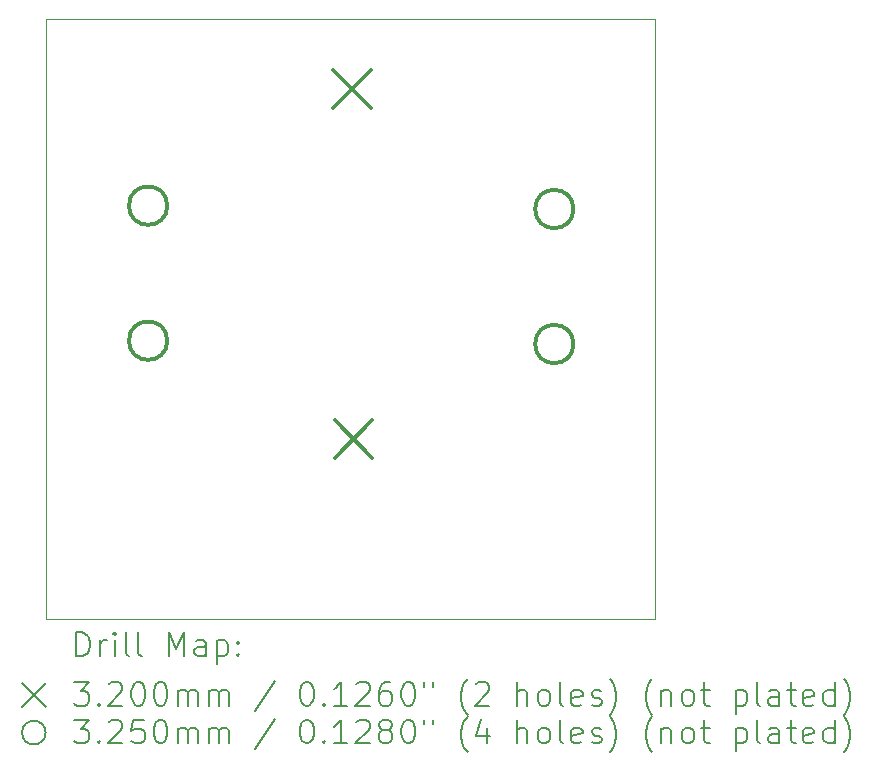
<source format=gbr>
%TF.GenerationSoftware,KiCad,Pcbnew,8.0.0*%
%TF.CreationDate,2024-11-14T09:55:05-06:00*%
%TF.ProjectId,RainSegmentDriver,5261696e-5365-4676-9d65-6e7444726976,rev?*%
%TF.SameCoordinates,Original*%
%TF.FileFunction,Drillmap*%
%TF.FilePolarity,Positive*%
%FSLAX45Y45*%
G04 Gerber Fmt 4.5, Leading zero omitted, Abs format (unit mm)*
G04 Created by KiCad (PCBNEW 8.0.0) date 2024-11-14 09:55:05*
%MOMM*%
%LPD*%
G01*
G04 APERTURE LIST*
%ADD10C,0.050000*%
%ADD11C,0.200000*%
%ADD12C,0.320000*%
%ADD13C,0.325000*%
G04 APERTURE END LIST*
D10*
X12315000Y-6548000D02*
X17473000Y-6548000D01*
X17473000Y-11628000D01*
X12315000Y-11628000D01*
X12315000Y-6548000D01*
D11*
D12*
X14747500Y-6980500D02*
X15067500Y-7300500D01*
X15067500Y-6980500D02*
X14747500Y-7300500D01*
X14760000Y-9943000D02*
X15080000Y-10263000D01*
X15080000Y-9943000D02*
X14760000Y-10263000D01*
D13*
X13343000Y-8128500D02*
G75*
G02*
X13018000Y-8128500I-162500J0D01*
G01*
X13018000Y-8128500D02*
G75*
G02*
X13343000Y-8128500I162500J0D01*
G01*
X13343000Y-9271500D02*
G75*
G02*
X13018000Y-9271500I-162500J0D01*
G01*
X13018000Y-9271500D02*
G75*
G02*
X13343000Y-9271500I162500J0D01*
G01*
X16782000Y-8157000D02*
G75*
G02*
X16457000Y-8157000I-162500J0D01*
G01*
X16457000Y-8157000D02*
G75*
G02*
X16782000Y-8157000I162500J0D01*
G01*
X16782000Y-9300000D02*
G75*
G02*
X16457000Y-9300000I-162500J0D01*
G01*
X16457000Y-9300000D02*
G75*
G02*
X16782000Y-9300000I162500J0D01*
G01*
D11*
X12573277Y-11941984D02*
X12573277Y-11741984D01*
X12573277Y-11741984D02*
X12620896Y-11741984D01*
X12620896Y-11741984D02*
X12649467Y-11751508D01*
X12649467Y-11751508D02*
X12668515Y-11770555D01*
X12668515Y-11770555D02*
X12678039Y-11789603D01*
X12678039Y-11789603D02*
X12687562Y-11827698D01*
X12687562Y-11827698D02*
X12687562Y-11856269D01*
X12687562Y-11856269D02*
X12678039Y-11894365D01*
X12678039Y-11894365D02*
X12668515Y-11913412D01*
X12668515Y-11913412D02*
X12649467Y-11932460D01*
X12649467Y-11932460D02*
X12620896Y-11941984D01*
X12620896Y-11941984D02*
X12573277Y-11941984D01*
X12773277Y-11941984D02*
X12773277Y-11808650D01*
X12773277Y-11846746D02*
X12782801Y-11827698D01*
X12782801Y-11827698D02*
X12792324Y-11818174D01*
X12792324Y-11818174D02*
X12811372Y-11808650D01*
X12811372Y-11808650D02*
X12830420Y-11808650D01*
X12897086Y-11941984D02*
X12897086Y-11808650D01*
X12897086Y-11741984D02*
X12887562Y-11751508D01*
X12887562Y-11751508D02*
X12897086Y-11761031D01*
X12897086Y-11761031D02*
X12906610Y-11751508D01*
X12906610Y-11751508D02*
X12897086Y-11741984D01*
X12897086Y-11741984D02*
X12897086Y-11761031D01*
X13020896Y-11941984D02*
X13001848Y-11932460D01*
X13001848Y-11932460D02*
X12992324Y-11913412D01*
X12992324Y-11913412D02*
X12992324Y-11741984D01*
X13125658Y-11941984D02*
X13106610Y-11932460D01*
X13106610Y-11932460D02*
X13097086Y-11913412D01*
X13097086Y-11913412D02*
X13097086Y-11741984D01*
X13354229Y-11941984D02*
X13354229Y-11741984D01*
X13354229Y-11741984D02*
X13420896Y-11884841D01*
X13420896Y-11884841D02*
X13487562Y-11741984D01*
X13487562Y-11741984D02*
X13487562Y-11941984D01*
X13668515Y-11941984D02*
X13668515Y-11837222D01*
X13668515Y-11837222D02*
X13658991Y-11818174D01*
X13658991Y-11818174D02*
X13639943Y-11808650D01*
X13639943Y-11808650D02*
X13601848Y-11808650D01*
X13601848Y-11808650D02*
X13582801Y-11818174D01*
X13668515Y-11932460D02*
X13649467Y-11941984D01*
X13649467Y-11941984D02*
X13601848Y-11941984D01*
X13601848Y-11941984D02*
X13582801Y-11932460D01*
X13582801Y-11932460D02*
X13573277Y-11913412D01*
X13573277Y-11913412D02*
X13573277Y-11894365D01*
X13573277Y-11894365D02*
X13582801Y-11875317D01*
X13582801Y-11875317D02*
X13601848Y-11865793D01*
X13601848Y-11865793D02*
X13649467Y-11865793D01*
X13649467Y-11865793D02*
X13668515Y-11856269D01*
X13763753Y-11808650D02*
X13763753Y-12008650D01*
X13763753Y-11818174D02*
X13782801Y-11808650D01*
X13782801Y-11808650D02*
X13820896Y-11808650D01*
X13820896Y-11808650D02*
X13839943Y-11818174D01*
X13839943Y-11818174D02*
X13849467Y-11827698D01*
X13849467Y-11827698D02*
X13858991Y-11846746D01*
X13858991Y-11846746D02*
X13858991Y-11903888D01*
X13858991Y-11903888D02*
X13849467Y-11922936D01*
X13849467Y-11922936D02*
X13839943Y-11932460D01*
X13839943Y-11932460D02*
X13820896Y-11941984D01*
X13820896Y-11941984D02*
X13782801Y-11941984D01*
X13782801Y-11941984D02*
X13763753Y-11932460D01*
X13944705Y-11922936D02*
X13954229Y-11932460D01*
X13954229Y-11932460D02*
X13944705Y-11941984D01*
X13944705Y-11941984D02*
X13935182Y-11932460D01*
X13935182Y-11932460D02*
X13944705Y-11922936D01*
X13944705Y-11922936D02*
X13944705Y-11941984D01*
X13944705Y-11818174D02*
X13954229Y-11827698D01*
X13954229Y-11827698D02*
X13944705Y-11837222D01*
X13944705Y-11837222D02*
X13935182Y-11827698D01*
X13935182Y-11827698D02*
X13944705Y-11818174D01*
X13944705Y-11818174D02*
X13944705Y-11837222D01*
X12112500Y-12170500D02*
X12312500Y-12370500D01*
X12312500Y-12170500D02*
X12112500Y-12370500D01*
X12554229Y-12161984D02*
X12678039Y-12161984D01*
X12678039Y-12161984D02*
X12611372Y-12238174D01*
X12611372Y-12238174D02*
X12639943Y-12238174D01*
X12639943Y-12238174D02*
X12658991Y-12247698D01*
X12658991Y-12247698D02*
X12668515Y-12257222D01*
X12668515Y-12257222D02*
X12678039Y-12276269D01*
X12678039Y-12276269D02*
X12678039Y-12323888D01*
X12678039Y-12323888D02*
X12668515Y-12342936D01*
X12668515Y-12342936D02*
X12658991Y-12352460D01*
X12658991Y-12352460D02*
X12639943Y-12361984D01*
X12639943Y-12361984D02*
X12582801Y-12361984D01*
X12582801Y-12361984D02*
X12563753Y-12352460D01*
X12563753Y-12352460D02*
X12554229Y-12342936D01*
X12763753Y-12342936D02*
X12773277Y-12352460D01*
X12773277Y-12352460D02*
X12763753Y-12361984D01*
X12763753Y-12361984D02*
X12754229Y-12352460D01*
X12754229Y-12352460D02*
X12763753Y-12342936D01*
X12763753Y-12342936D02*
X12763753Y-12361984D01*
X12849467Y-12181031D02*
X12858991Y-12171508D01*
X12858991Y-12171508D02*
X12878039Y-12161984D01*
X12878039Y-12161984D02*
X12925658Y-12161984D01*
X12925658Y-12161984D02*
X12944705Y-12171508D01*
X12944705Y-12171508D02*
X12954229Y-12181031D01*
X12954229Y-12181031D02*
X12963753Y-12200079D01*
X12963753Y-12200079D02*
X12963753Y-12219127D01*
X12963753Y-12219127D02*
X12954229Y-12247698D01*
X12954229Y-12247698D02*
X12839943Y-12361984D01*
X12839943Y-12361984D02*
X12963753Y-12361984D01*
X13087562Y-12161984D02*
X13106610Y-12161984D01*
X13106610Y-12161984D02*
X13125658Y-12171508D01*
X13125658Y-12171508D02*
X13135182Y-12181031D01*
X13135182Y-12181031D02*
X13144705Y-12200079D01*
X13144705Y-12200079D02*
X13154229Y-12238174D01*
X13154229Y-12238174D02*
X13154229Y-12285793D01*
X13154229Y-12285793D02*
X13144705Y-12323888D01*
X13144705Y-12323888D02*
X13135182Y-12342936D01*
X13135182Y-12342936D02*
X13125658Y-12352460D01*
X13125658Y-12352460D02*
X13106610Y-12361984D01*
X13106610Y-12361984D02*
X13087562Y-12361984D01*
X13087562Y-12361984D02*
X13068515Y-12352460D01*
X13068515Y-12352460D02*
X13058991Y-12342936D01*
X13058991Y-12342936D02*
X13049467Y-12323888D01*
X13049467Y-12323888D02*
X13039943Y-12285793D01*
X13039943Y-12285793D02*
X13039943Y-12238174D01*
X13039943Y-12238174D02*
X13049467Y-12200079D01*
X13049467Y-12200079D02*
X13058991Y-12181031D01*
X13058991Y-12181031D02*
X13068515Y-12171508D01*
X13068515Y-12171508D02*
X13087562Y-12161984D01*
X13278039Y-12161984D02*
X13297086Y-12161984D01*
X13297086Y-12161984D02*
X13316134Y-12171508D01*
X13316134Y-12171508D02*
X13325658Y-12181031D01*
X13325658Y-12181031D02*
X13335182Y-12200079D01*
X13335182Y-12200079D02*
X13344705Y-12238174D01*
X13344705Y-12238174D02*
X13344705Y-12285793D01*
X13344705Y-12285793D02*
X13335182Y-12323888D01*
X13335182Y-12323888D02*
X13325658Y-12342936D01*
X13325658Y-12342936D02*
X13316134Y-12352460D01*
X13316134Y-12352460D02*
X13297086Y-12361984D01*
X13297086Y-12361984D02*
X13278039Y-12361984D01*
X13278039Y-12361984D02*
X13258991Y-12352460D01*
X13258991Y-12352460D02*
X13249467Y-12342936D01*
X13249467Y-12342936D02*
X13239943Y-12323888D01*
X13239943Y-12323888D02*
X13230420Y-12285793D01*
X13230420Y-12285793D02*
X13230420Y-12238174D01*
X13230420Y-12238174D02*
X13239943Y-12200079D01*
X13239943Y-12200079D02*
X13249467Y-12181031D01*
X13249467Y-12181031D02*
X13258991Y-12171508D01*
X13258991Y-12171508D02*
X13278039Y-12161984D01*
X13430420Y-12361984D02*
X13430420Y-12228650D01*
X13430420Y-12247698D02*
X13439943Y-12238174D01*
X13439943Y-12238174D02*
X13458991Y-12228650D01*
X13458991Y-12228650D02*
X13487563Y-12228650D01*
X13487563Y-12228650D02*
X13506610Y-12238174D01*
X13506610Y-12238174D02*
X13516134Y-12257222D01*
X13516134Y-12257222D02*
X13516134Y-12361984D01*
X13516134Y-12257222D02*
X13525658Y-12238174D01*
X13525658Y-12238174D02*
X13544705Y-12228650D01*
X13544705Y-12228650D02*
X13573277Y-12228650D01*
X13573277Y-12228650D02*
X13592324Y-12238174D01*
X13592324Y-12238174D02*
X13601848Y-12257222D01*
X13601848Y-12257222D02*
X13601848Y-12361984D01*
X13697086Y-12361984D02*
X13697086Y-12228650D01*
X13697086Y-12247698D02*
X13706610Y-12238174D01*
X13706610Y-12238174D02*
X13725658Y-12228650D01*
X13725658Y-12228650D02*
X13754229Y-12228650D01*
X13754229Y-12228650D02*
X13773277Y-12238174D01*
X13773277Y-12238174D02*
X13782801Y-12257222D01*
X13782801Y-12257222D02*
X13782801Y-12361984D01*
X13782801Y-12257222D02*
X13792324Y-12238174D01*
X13792324Y-12238174D02*
X13811372Y-12228650D01*
X13811372Y-12228650D02*
X13839943Y-12228650D01*
X13839943Y-12228650D02*
X13858991Y-12238174D01*
X13858991Y-12238174D02*
X13868515Y-12257222D01*
X13868515Y-12257222D02*
X13868515Y-12361984D01*
X14258991Y-12152460D02*
X14087563Y-12409603D01*
X14516134Y-12161984D02*
X14535182Y-12161984D01*
X14535182Y-12161984D02*
X14554229Y-12171508D01*
X14554229Y-12171508D02*
X14563753Y-12181031D01*
X14563753Y-12181031D02*
X14573277Y-12200079D01*
X14573277Y-12200079D02*
X14582801Y-12238174D01*
X14582801Y-12238174D02*
X14582801Y-12285793D01*
X14582801Y-12285793D02*
X14573277Y-12323888D01*
X14573277Y-12323888D02*
X14563753Y-12342936D01*
X14563753Y-12342936D02*
X14554229Y-12352460D01*
X14554229Y-12352460D02*
X14535182Y-12361984D01*
X14535182Y-12361984D02*
X14516134Y-12361984D01*
X14516134Y-12361984D02*
X14497086Y-12352460D01*
X14497086Y-12352460D02*
X14487563Y-12342936D01*
X14487563Y-12342936D02*
X14478039Y-12323888D01*
X14478039Y-12323888D02*
X14468515Y-12285793D01*
X14468515Y-12285793D02*
X14468515Y-12238174D01*
X14468515Y-12238174D02*
X14478039Y-12200079D01*
X14478039Y-12200079D02*
X14487563Y-12181031D01*
X14487563Y-12181031D02*
X14497086Y-12171508D01*
X14497086Y-12171508D02*
X14516134Y-12161984D01*
X14668515Y-12342936D02*
X14678039Y-12352460D01*
X14678039Y-12352460D02*
X14668515Y-12361984D01*
X14668515Y-12361984D02*
X14658991Y-12352460D01*
X14658991Y-12352460D02*
X14668515Y-12342936D01*
X14668515Y-12342936D02*
X14668515Y-12361984D01*
X14868515Y-12361984D02*
X14754229Y-12361984D01*
X14811372Y-12361984D02*
X14811372Y-12161984D01*
X14811372Y-12161984D02*
X14792325Y-12190555D01*
X14792325Y-12190555D02*
X14773277Y-12209603D01*
X14773277Y-12209603D02*
X14754229Y-12219127D01*
X14944706Y-12181031D02*
X14954229Y-12171508D01*
X14954229Y-12171508D02*
X14973277Y-12161984D01*
X14973277Y-12161984D02*
X15020896Y-12161984D01*
X15020896Y-12161984D02*
X15039944Y-12171508D01*
X15039944Y-12171508D02*
X15049467Y-12181031D01*
X15049467Y-12181031D02*
X15058991Y-12200079D01*
X15058991Y-12200079D02*
X15058991Y-12219127D01*
X15058991Y-12219127D02*
X15049467Y-12247698D01*
X15049467Y-12247698D02*
X14935182Y-12361984D01*
X14935182Y-12361984D02*
X15058991Y-12361984D01*
X15230420Y-12161984D02*
X15192325Y-12161984D01*
X15192325Y-12161984D02*
X15173277Y-12171508D01*
X15173277Y-12171508D02*
X15163753Y-12181031D01*
X15163753Y-12181031D02*
X15144706Y-12209603D01*
X15144706Y-12209603D02*
X15135182Y-12247698D01*
X15135182Y-12247698D02*
X15135182Y-12323888D01*
X15135182Y-12323888D02*
X15144706Y-12342936D01*
X15144706Y-12342936D02*
X15154229Y-12352460D01*
X15154229Y-12352460D02*
X15173277Y-12361984D01*
X15173277Y-12361984D02*
X15211372Y-12361984D01*
X15211372Y-12361984D02*
X15230420Y-12352460D01*
X15230420Y-12352460D02*
X15239944Y-12342936D01*
X15239944Y-12342936D02*
X15249467Y-12323888D01*
X15249467Y-12323888D02*
X15249467Y-12276269D01*
X15249467Y-12276269D02*
X15239944Y-12257222D01*
X15239944Y-12257222D02*
X15230420Y-12247698D01*
X15230420Y-12247698D02*
X15211372Y-12238174D01*
X15211372Y-12238174D02*
X15173277Y-12238174D01*
X15173277Y-12238174D02*
X15154229Y-12247698D01*
X15154229Y-12247698D02*
X15144706Y-12257222D01*
X15144706Y-12257222D02*
X15135182Y-12276269D01*
X15373277Y-12161984D02*
X15392325Y-12161984D01*
X15392325Y-12161984D02*
X15411372Y-12171508D01*
X15411372Y-12171508D02*
X15420896Y-12181031D01*
X15420896Y-12181031D02*
X15430420Y-12200079D01*
X15430420Y-12200079D02*
X15439944Y-12238174D01*
X15439944Y-12238174D02*
X15439944Y-12285793D01*
X15439944Y-12285793D02*
X15430420Y-12323888D01*
X15430420Y-12323888D02*
X15420896Y-12342936D01*
X15420896Y-12342936D02*
X15411372Y-12352460D01*
X15411372Y-12352460D02*
X15392325Y-12361984D01*
X15392325Y-12361984D02*
X15373277Y-12361984D01*
X15373277Y-12361984D02*
X15354229Y-12352460D01*
X15354229Y-12352460D02*
X15344706Y-12342936D01*
X15344706Y-12342936D02*
X15335182Y-12323888D01*
X15335182Y-12323888D02*
X15325658Y-12285793D01*
X15325658Y-12285793D02*
X15325658Y-12238174D01*
X15325658Y-12238174D02*
X15335182Y-12200079D01*
X15335182Y-12200079D02*
X15344706Y-12181031D01*
X15344706Y-12181031D02*
X15354229Y-12171508D01*
X15354229Y-12171508D02*
X15373277Y-12161984D01*
X15516134Y-12161984D02*
X15516134Y-12200079D01*
X15592325Y-12161984D02*
X15592325Y-12200079D01*
X15887563Y-12438174D02*
X15878039Y-12428650D01*
X15878039Y-12428650D02*
X15858991Y-12400079D01*
X15858991Y-12400079D02*
X15849468Y-12381031D01*
X15849468Y-12381031D02*
X15839944Y-12352460D01*
X15839944Y-12352460D02*
X15830420Y-12304841D01*
X15830420Y-12304841D02*
X15830420Y-12266746D01*
X15830420Y-12266746D02*
X15839944Y-12219127D01*
X15839944Y-12219127D02*
X15849468Y-12190555D01*
X15849468Y-12190555D02*
X15858991Y-12171508D01*
X15858991Y-12171508D02*
X15878039Y-12142936D01*
X15878039Y-12142936D02*
X15887563Y-12133412D01*
X15954229Y-12181031D02*
X15963753Y-12171508D01*
X15963753Y-12171508D02*
X15982801Y-12161984D01*
X15982801Y-12161984D02*
X16030420Y-12161984D01*
X16030420Y-12161984D02*
X16049468Y-12171508D01*
X16049468Y-12171508D02*
X16058991Y-12181031D01*
X16058991Y-12181031D02*
X16068515Y-12200079D01*
X16068515Y-12200079D02*
X16068515Y-12219127D01*
X16068515Y-12219127D02*
X16058991Y-12247698D01*
X16058991Y-12247698D02*
X15944706Y-12361984D01*
X15944706Y-12361984D02*
X16068515Y-12361984D01*
X16306610Y-12361984D02*
X16306610Y-12161984D01*
X16392325Y-12361984D02*
X16392325Y-12257222D01*
X16392325Y-12257222D02*
X16382801Y-12238174D01*
X16382801Y-12238174D02*
X16363753Y-12228650D01*
X16363753Y-12228650D02*
X16335182Y-12228650D01*
X16335182Y-12228650D02*
X16316134Y-12238174D01*
X16316134Y-12238174D02*
X16306610Y-12247698D01*
X16516134Y-12361984D02*
X16497087Y-12352460D01*
X16497087Y-12352460D02*
X16487563Y-12342936D01*
X16487563Y-12342936D02*
X16478039Y-12323888D01*
X16478039Y-12323888D02*
X16478039Y-12266746D01*
X16478039Y-12266746D02*
X16487563Y-12247698D01*
X16487563Y-12247698D02*
X16497087Y-12238174D01*
X16497087Y-12238174D02*
X16516134Y-12228650D01*
X16516134Y-12228650D02*
X16544706Y-12228650D01*
X16544706Y-12228650D02*
X16563753Y-12238174D01*
X16563753Y-12238174D02*
X16573277Y-12247698D01*
X16573277Y-12247698D02*
X16582801Y-12266746D01*
X16582801Y-12266746D02*
X16582801Y-12323888D01*
X16582801Y-12323888D02*
X16573277Y-12342936D01*
X16573277Y-12342936D02*
X16563753Y-12352460D01*
X16563753Y-12352460D02*
X16544706Y-12361984D01*
X16544706Y-12361984D02*
X16516134Y-12361984D01*
X16697087Y-12361984D02*
X16678039Y-12352460D01*
X16678039Y-12352460D02*
X16668515Y-12333412D01*
X16668515Y-12333412D02*
X16668515Y-12161984D01*
X16849468Y-12352460D02*
X16830420Y-12361984D01*
X16830420Y-12361984D02*
X16792325Y-12361984D01*
X16792325Y-12361984D02*
X16773277Y-12352460D01*
X16773277Y-12352460D02*
X16763753Y-12333412D01*
X16763753Y-12333412D02*
X16763753Y-12257222D01*
X16763753Y-12257222D02*
X16773277Y-12238174D01*
X16773277Y-12238174D02*
X16792325Y-12228650D01*
X16792325Y-12228650D02*
X16830420Y-12228650D01*
X16830420Y-12228650D02*
X16849468Y-12238174D01*
X16849468Y-12238174D02*
X16858992Y-12257222D01*
X16858992Y-12257222D02*
X16858992Y-12276269D01*
X16858992Y-12276269D02*
X16763753Y-12295317D01*
X16935182Y-12352460D02*
X16954230Y-12361984D01*
X16954230Y-12361984D02*
X16992325Y-12361984D01*
X16992325Y-12361984D02*
X17011373Y-12352460D01*
X17011373Y-12352460D02*
X17020896Y-12333412D01*
X17020896Y-12333412D02*
X17020896Y-12323888D01*
X17020896Y-12323888D02*
X17011373Y-12304841D01*
X17011373Y-12304841D02*
X16992325Y-12295317D01*
X16992325Y-12295317D02*
X16963753Y-12295317D01*
X16963753Y-12295317D02*
X16944706Y-12285793D01*
X16944706Y-12285793D02*
X16935182Y-12266746D01*
X16935182Y-12266746D02*
X16935182Y-12257222D01*
X16935182Y-12257222D02*
X16944706Y-12238174D01*
X16944706Y-12238174D02*
X16963753Y-12228650D01*
X16963753Y-12228650D02*
X16992325Y-12228650D01*
X16992325Y-12228650D02*
X17011373Y-12238174D01*
X17087563Y-12438174D02*
X17097087Y-12428650D01*
X17097087Y-12428650D02*
X17116134Y-12400079D01*
X17116134Y-12400079D02*
X17125658Y-12381031D01*
X17125658Y-12381031D02*
X17135182Y-12352460D01*
X17135182Y-12352460D02*
X17144706Y-12304841D01*
X17144706Y-12304841D02*
X17144706Y-12266746D01*
X17144706Y-12266746D02*
X17135182Y-12219127D01*
X17135182Y-12219127D02*
X17125658Y-12190555D01*
X17125658Y-12190555D02*
X17116134Y-12171508D01*
X17116134Y-12171508D02*
X17097087Y-12142936D01*
X17097087Y-12142936D02*
X17087563Y-12133412D01*
X17449468Y-12438174D02*
X17439944Y-12428650D01*
X17439944Y-12428650D02*
X17420896Y-12400079D01*
X17420896Y-12400079D02*
X17411373Y-12381031D01*
X17411373Y-12381031D02*
X17401849Y-12352460D01*
X17401849Y-12352460D02*
X17392325Y-12304841D01*
X17392325Y-12304841D02*
X17392325Y-12266746D01*
X17392325Y-12266746D02*
X17401849Y-12219127D01*
X17401849Y-12219127D02*
X17411373Y-12190555D01*
X17411373Y-12190555D02*
X17420896Y-12171508D01*
X17420896Y-12171508D02*
X17439944Y-12142936D01*
X17439944Y-12142936D02*
X17449468Y-12133412D01*
X17525658Y-12228650D02*
X17525658Y-12361984D01*
X17525658Y-12247698D02*
X17535182Y-12238174D01*
X17535182Y-12238174D02*
X17554230Y-12228650D01*
X17554230Y-12228650D02*
X17582801Y-12228650D01*
X17582801Y-12228650D02*
X17601849Y-12238174D01*
X17601849Y-12238174D02*
X17611373Y-12257222D01*
X17611373Y-12257222D02*
X17611373Y-12361984D01*
X17735182Y-12361984D02*
X17716134Y-12352460D01*
X17716134Y-12352460D02*
X17706611Y-12342936D01*
X17706611Y-12342936D02*
X17697087Y-12323888D01*
X17697087Y-12323888D02*
X17697087Y-12266746D01*
X17697087Y-12266746D02*
X17706611Y-12247698D01*
X17706611Y-12247698D02*
X17716134Y-12238174D01*
X17716134Y-12238174D02*
X17735182Y-12228650D01*
X17735182Y-12228650D02*
X17763754Y-12228650D01*
X17763754Y-12228650D02*
X17782801Y-12238174D01*
X17782801Y-12238174D02*
X17792325Y-12247698D01*
X17792325Y-12247698D02*
X17801849Y-12266746D01*
X17801849Y-12266746D02*
X17801849Y-12323888D01*
X17801849Y-12323888D02*
X17792325Y-12342936D01*
X17792325Y-12342936D02*
X17782801Y-12352460D01*
X17782801Y-12352460D02*
X17763754Y-12361984D01*
X17763754Y-12361984D02*
X17735182Y-12361984D01*
X17858992Y-12228650D02*
X17935182Y-12228650D01*
X17887563Y-12161984D02*
X17887563Y-12333412D01*
X17887563Y-12333412D02*
X17897087Y-12352460D01*
X17897087Y-12352460D02*
X17916134Y-12361984D01*
X17916134Y-12361984D02*
X17935182Y-12361984D01*
X18154230Y-12228650D02*
X18154230Y-12428650D01*
X18154230Y-12238174D02*
X18173277Y-12228650D01*
X18173277Y-12228650D02*
X18211373Y-12228650D01*
X18211373Y-12228650D02*
X18230420Y-12238174D01*
X18230420Y-12238174D02*
X18239944Y-12247698D01*
X18239944Y-12247698D02*
X18249468Y-12266746D01*
X18249468Y-12266746D02*
X18249468Y-12323888D01*
X18249468Y-12323888D02*
X18239944Y-12342936D01*
X18239944Y-12342936D02*
X18230420Y-12352460D01*
X18230420Y-12352460D02*
X18211373Y-12361984D01*
X18211373Y-12361984D02*
X18173277Y-12361984D01*
X18173277Y-12361984D02*
X18154230Y-12352460D01*
X18363754Y-12361984D02*
X18344706Y-12352460D01*
X18344706Y-12352460D02*
X18335182Y-12333412D01*
X18335182Y-12333412D02*
X18335182Y-12161984D01*
X18525658Y-12361984D02*
X18525658Y-12257222D01*
X18525658Y-12257222D02*
X18516135Y-12238174D01*
X18516135Y-12238174D02*
X18497087Y-12228650D01*
X18497087Y-12228650D02*
X18458992Y-12228650D01*
X18458992Y-12228650D02*
X18439944Y-12238174D01*
X18525658Y-12352460D02*
X18506611Y-12361984D01*
X18506611Y-12361984D02*
X18458992Y-12361984D01*
X18458992Y-12361984D02*
X18439944Y-12352460D01*
X18439944Y-12352460D02*
X18430420Y-12333412D01*
X18430420Y-12333412D02*
X18430420Y-12314365D01*
X18430420Y-12314365D02*
X18439944Y-12295317D01*
X18439944Y-12295317D02*
X18458992Y-12285793D01*
X18458992Y-12285793D02*
X18506611Y-12285793D01*
X18506611Y-12285793D02*
X18525658Y-12276269D01*
X18592325Y-12228650D02*
X18668515Y-12228650D01*
X18620896Y-12161984D02*
X18620896Y-12333412D01*
X18620896Y-12333412D02*
X18630420Y-12352460D01*
X18630420Y-12352460D02*
X18649468Y-12361984D01*
X18649468Y-12361984D02*
X18668515Y-12361984D01*
X18811373Y-12352460D02*
X18792325Y-12361984D01*
X18792325Y-12361984D02*
X18754230Y-12361984D01*
X18754230Y-12361984D02*
X18735182Y-12352460D01*
X18735182Y-12352460D02*
X18725658Y-12333412D01*
X18725658Y-12333412D02*
X18725658Y-12257222D01*
X18725658Y-12257222D02*
X18735182Y-12238174D01*
X18735182Y-12238174D02*
X18754230Y-12228650D01*
X18754230Y-12228650D02*
X18792325Y-12228650D01*
X18792325Y-12228650D02*
X18811373Y-12238174D01*
X18811373Y-12238174D02*
X18820896Y-12257222D01*
X18820896Y-12257222D02*
X18820896Y-12276269D01*
X18820896Y-12276269D02*
X18725658Y-12295317D01*
X18992325Y-12361984D02*
X18992325Y-12161984D01*
X18992325Y-12352460D02*
X18973277Y-12361984D01*
X18973277Y-12361984D02*
X18935182Y-12361984D01*
X18935182Y-12361984D02*
X18916135Y-12352460D01*
X18916135Y-12352460D02*
X18906611Y-12342936D01*
X18906611Y-12342936D02*
X18897087Y-12323888D01*
X18897087Y-12323888D02*
X18897087Y-12266746D01*
X18897087Y-12266746D02*
X18906611Y-12247698D01*
X18906611Y-12247698D02*
X18916135Y-12238174D01*
X18916135Y-12238174D02*
X18935182Y-12228650D01*
X18935182Y-12228650D02*
X18973277Y-12228650D01*
X18973277Y-12228650D02*
X18992325Y-12238174D01*
X19068516Y-12438174D02*
X19078039Y-12428650D01*
X19078039Y-12428650D02*
X19097087Y-12400079D01*
X19097087Y-12400079D02*
X19106611Y-12381031D01*
X19106611Y-12381031D02*
X19116135Y-12352460D01*
X19116135Y-12352460D02*
X19125658Y-12304841D01*
X19125658Y-12304841D02*
X19125658Y-12266746D01*
X19125658Y-12266746D02*
X19116135Y-12219127D01*
X19116135Y-12219127D02*
X19106611Y-12190555D01*
X19106611Y-12190555D02*
X19097087Y-12171508D01*
X19097087Y-12171508D02*
X19078039Y-12142936D01*
X19078039Y-12142936D02*
X19068516Y-12133412D01*
X12312500Y-12590500D02*
G75*
G02*
X12112500Y-12590500I-100000J0D01*
G01*
X12112500Y-12590500D02*
G75*
G02*
X12312500Y-12590500I100000J0D01*
G01*
X12554229Y-12481984D02*
X12678039Y-12481984D01*
X12678039Y-12481984D02*
X12611372Y-12558174D01*
X12611372Y-12558174D02*
X12639943Y-12558174D01*
X12639943Y-12558174D02*
X12658991Y-12567698D01*
X12658991Y-12567698D02*
X12668515Y-12577222D01*
X12668515Y-12577222D02*
X12678039Y-12596269D01*
X12678039Y-12596269D02*
X12678039Y-12643888D01*
X12678039Y-12643888D02*
X12668515Y-12662936D01*
X12668515Y-12662936D02*
X12658991Y-12672460D01*
X12658991Y-12672460D02*
X12639943Y-12681984D01*
X12639943Y-12681984D02*
X12582801Y-12681984D01*
X12582801Y-12681984D02*
X12563753Y-12672460D01*
X12563753Y-12672460D02*
X12554229Y-12662936D01*
X12763753Y-12662936D02*
X12773277Y-12672460D01*
X12773277Y-12672460D02*
X12763753Y-12681984D01*
X12763753Y-12681984D02*
X12754229Y-12672460D01*
X12754229Y-12672460D02*
X12763753Y-12662936D01*
X12763753Y-12662936D02*
X12763753Y-12681984D01*
X12849467Y-12501031D02*
X12858991Y-12491508D01*
X12858991Y-12491508D02*
X12878039Y-12481984D01*
X12878039Y-12481984D02*
X12925658Y-12481984D01*
X12925658Y-12481984D02*
X12944705Y-12491508D01*
X12944705Y-12491508D02*
X12954229Y-12501031D01*
X12954229Y-12501031D02*
X12963753Y-12520079D01*
X12963753Y-12520079D02*
X12963753Y-12539127D01*
X12963753Y-12539127D02*
X12954229Y-12567698D01*
X12954229Y-12567698D02*
X12839943Y-12681984D01*
X12839943Y-12681984D02*
X12963753Y-12681984D01*
X13144705Y-12481984D02*
X13049467Y-12481984D01*
X13049467Y-12481984D02*
X13039943Y-12577222D01*
X13039943Y-12577222D02*
X13049467Y-12567698D01*
X13049467Y-12567698D02*
X13068515Y-12558174D01*
X13068515Y-12558174D02*
X13116134Y-12558174D01*
X13116134Y-12558174D02*
X13135182Y-12567698D01*
X13135182Y-12567698D02*
X13144705Y-12577222D01*
X13144705Y-12577222D02*
X13154229Y-12596269D01*
X13154229Y-12596269D02*
X13154229Y-12643888D01*
X13154229Y-12643888D02*
X13144705Y-12662936D01*
X13144705Y-12662936D02*
X13135182Y-12672460D01*
X13135182Y-12672460D02*
X13116134Y-12681984D01*
X13116134Y-12681984D02*
X13068515Y-12681984D01*
X13068515Y-12681984D02*
X13049467Y-12672460D01*
X13049467Y-12672460D02*
X13039943Y-12662936D01*
X13278039Y-12481984D02*
X13297086Y-12481984D01*
X13297086Y-12481984D02*
X13316134Y-12491508D01*
X13316134Y-12491508D02*
X13325658Y-12501031D01*
X13325658Y-12501031D02*
X13335182Y-12520079D01*
X13335182Y-12520079D02*
X13344705Y-12558174D01*
X13344705Y-12558174D02*
X13344705Y-12605793D01*
X13344705Y-12605793D02*
X13335182Y-12643888D01*
X13335182Y-12643888D02*
X13325658Y-12662936D01*
X13325658Y-12662936D02*
X13316134Y-12672460D01*
X13316134Y-12672460D02*
X13297086Y-12681984D01*
X13297086Y-12681984D02*
X13278039Y-12681984D01*
X13278039Y-12681984D02*
X13258991Y-12672460D01*
X13258991Y-12672460D02*
X13249467Y-12662936D01*
X13249467Y-12662936D02*
X13239943Y-12643888D01*
X13239943Y-12643888D02*
X13230420Y-12605793D01*
X13230420Y-12605793D02*
X13230420Y-12558174D01*
X13230420Y-12558174D02*
X13239943Y-12520079D01*
X13239943Y-12520079D02*
X13249467Y-12501031D01*
X13249467Y-12501031D02*
X13258991Y-12491508D01*
X13258991Y-12491508D02*
X13278039Y-12481984D01*
X13430420Y-12681984D02*
X13430420Y-12548650D01*
X13430420Y-12567698D02*
X13439943Y-12558174D01*
X13439943Y-12558174D02*
X13458991Y-12548650D01*
X13458991Y-12548650D02*
X13487563Y-12548650D01*
X13487563Y-12548650D02*
X13506610Y-12558174D01*
X13506610Y-12558174D02*
X13516134Y-12577222D01*
X13516134Y-12577222D02*
X13516134Y-12681984D01*
X13516134Y-12577222D02*
X13525658Y-12558174D01*
X13525658Y-12558174D02*
X13544705Y-12548650D01*
X13544705Y-12548650D02*
X13573277Y-12548650D01*
X13573277Y-12548650D02*
X13592324Y-12558174D01*
X13592324Y-12558174D02*
X13601848Y-12577222D01*
X13601848Y-12577222D02*
X13601848Y-12681984D01*
X13697086Y-12681984D02*
X13697086Y-12548650D01*
X13697086Y-12567698D02*
X13706610Y-12558174D01*
X13706610Y-12558174D02*
X13725658Y-12548650D01*
X13725658Y-12548650D02*
X13754229Y-12548650D01*
X13754229Y-12548650D02*
X13773277Y-12558174D01*
X13773277Y-12558174D02*
X13782801Y-12577222D01*
X13782801Y-12577222D02*
X13782801Y-12681984D01*
X13782801Y-12577222D02*
X13792324Y-12558174D01*
X13792324Y-12558174D02*
X13811372Y-12548650D01*
X13811372Y-12548650D02*
X13839943Y-12548650D01*
X13839943Y-12548650D02*
X13858991Y-12558174D01*
X13858991Y-12558174D02*
X13868515Y-12577222D01*
X13868515Y-12577222D02*
X13868515Y-12681984D01*
X14258991Y-12472460D02*
X14087563Y-12729603D01*
X14516134Y-12481984D02*
X14535182Y-12481984D01*
X14535182Y-12481984D02*
X14554229Y-12491508D01*
X14554229Y-12491508D02*
X14563753Y-12501031D01*
X14563753Y-12501031D02*
X14573277Y-12520079D01*
X14573277Y-12520079D02*
X14582801Y-12558174D01*
X14582801Y-12558174D02*
X14582801Y-12605793D01*
X14582801Y-12605793D02*
X14573277Y-12643888D01*
X14573277Y-12643888D02*
X14563753Y-12662936D01*
X14563753Y-12662936D02*
X14554229Y-12672460D01*
X14554229Y-12672460D02*
X14535182Y-12681984D01*
X14535182Y-12681984D02*
X14516134Y-12681984D01*
X14516134Y-12681984D02*
X14497086Y-12672460D01*
X14497086Y-12672460D02*
X14487563Y-12662936D01*
X14487563Y-12662936D02*
X14478039Y-12643888D01*
X14478039Y-12643888D02*
X14468515Y-12605793D01*
X14468515Y-12605793D02*
X14468515Y-12558174D01*
X14468515Y-12558174D02*
X14478039Y-12520079D01*
X14478039Y-12520079D02*
X14487563Y-12501031D01*
X14487563Y-12501031D02*
X14497086Y-12491508D01*
X14497086Y-12491508D02*
X14516134Y-12481984D01*
X14668515Y-12662936D02*
X14678039Y-12672460D01*
X14678039Y-12672460D02*
X14668515Y-12681984D01*
X14668515Y-12681984D02*
X14658991Y-12672460D01*
X14658991Y-12672460D02*
X14668515Y-12662936D01*
X14668515Y-12662936D02*
X14668515Y-12681984D01*
X14868515Y-12681984D02*
X14754229Y-12681984D01*
X14811372Y-12681984D02*
X14811372Y-12481984D01*
X14811372Y-12481984D02*
X14792325Y-12510555D01*
X14792325Y-12510555D02*
X14773277Y-12529603D01*
X14773277Y-12529603D02*
X14754229Y-12539127D01*
X14944706Y-12501031D02*
X14954229Y-12491508D01*
X14954229Y-12491508D02*
X14973277Y-12481984D01*
X14973277Y-12481984D02*
X15020896Y-12481984D01*
X15020896Y-12481984D02*
X15039944Y-12491508D01*
X15039944Y-12491508D02*
X15049467Y-12501031D01*
X15049467Y-12501031D02*
X15058991Y-12520079D01*
X15058991Y-12520079D02*
X15058991Y-12539127D01*
X15058991Y-12539127D02*
X15049467Y-12567698D01*
X15049467Y-12567698D02*
X14935182Y-12681984D01*
X14935182Y-12681984D02*
X15058991Y-12681984D01*
X15173277Y-12567698D02*
X15154229Y-12558174D01*
X15154229Y-12558174D02*
X15144706Y-12548650D01*
X15144706Y-12548650D02*
X15135182Y-12529603D01*
X15135182Y-12529603D02*
X15135182Y-12520079D01*
X15135182Y-12520079D02*
X15144706Y-12501031D01*
X15144706Y-12501031D02*
X15154229Y-12491508D01*
X15154229Y-12491508D02*
X15173277Y-12481984D01*
X15173277Y-12481984D02*
X15211372Y-12481984D01*
X15211372Y-12481984D02*
X15230420Y-12491508D01*
X15230420Y-12491508D02*
X15239944Y-12501031D01*
X15239944Y-12501031D02*
X15249467Y-12520079D01*
X15249467Y-12520079D02*
X15249467Y-12529603D01*
X15249467Y-12529603D02*
X15239944Y-12548650D01*
X15239944Y-12548650D02*
X15230420Y-12558174D01*
X15230420Y-12558174D02*
X15211372Y-12567698D01*
X15211372Y-12567698D02*
X15173277Y-12567698D01*
X15173277Y-12567698D02*
X15154229Y-12577222D01*
X15154229Y-12577222D02*
X15144706Y-12586746D01*
X15144706Y-12586746D02*
X15135182Y-12605793D01*
X15135182Y-12605793D02*
X15135182Y-12643888D01*
X15135182Y-12643888D02*
X15144706Y-12662936D01*
X15144706Y-12662936D02*
X15154229Y-12672460D01*
X15154229Y-12672460D02*
X15173277Y-12681984D01*
X15173277Y-12681984D02*
X15211372Y-12681984D01*
X15211372Y-12681984D02*
X15230420Y-12672460D01*
X15230420Y-12672460D02*
X15239944Y-12662936D01*
X15239944Y-12662936D02*
X15249467Y-12643888D01*
X15249467Y-12643888D02*
X15249467Y-12605793D01*
X15249467Y-12605793D02*
X15239944Y-12586746D01*
X15239944Y-12586746D02*
X15230420Y-12577222D01*
X15230420Y-12577222D02*
X15211372Y-12567698D01*
X15373277Y-12481984D02*
X15392325Y-12481984D01*
X15392325Y-12481984D02*
X15411372Y-12491508D01*
X15411372Y-12491508D02*
X15420896Y-12501031D01*
X15420896Y-12501031D02*
X15430420Y-12520079D01*
X15430420Y-12520079D02*
X15439944Y-12558174D01*
X15439944Y-12558174D02*
X15439944Y-12605793D01*
X15439944Y-12605793D02*
X15430420Y-12643888D01*
X15430420Y-12643888D02*
X15420896Y-12662936D01*
X15420896Y-12662936D02*
X15411372Y-12672460D01*
X15411372Y-12672460D02*
X15392325Y-12681984D01*
X15392325Y-12681984D02*
X15373277Y-12681984D01*
X15373277Y-12681984D02*
X15354229Y-12672460D01*
X15354229Y-12672460D02*
X15344706Y-12662936D01*
X15344706Y-12662936D02*
X15335182Y-12643888D01*
X15335182Y-12643888D02*
X15325658Y-12605793D01*
X15325658Y-12605793D02*
X15325658Y-12558174D01*
X15325658Y-12558174D02*
X15335182Y-12520079D01*
X15335182Y-12520079D02*
X15344706Y-12501031D01*
X15344706Y-12501031D02*
X15354229Y-12491508D01*
X15354229Y-12491508D02*
X15373277Y-12481984D01*
X15516134Y-12481984D02*
X15516134Y-12520079D01*
X15592325Y-12481984D02*
X15592325Y-12520079D01*
X15887563Y-12758174D02*
X15878039Y-12748650D01*
X15878039Y-12748650D02*
X15858991Y-12720079D01*
X15858991Y-12720079D02*
X15849468Y-12701031D01*
X15849468Y-12701031D02*
X15839944Y-12672460D01*
X15839944Y-12672460D02*
X15830420Y-12624841D01*
X15830420Y-12624841D02*
X15830420Y-12586746D01*
X15830420Y-12586746D02*
X15839944Y-12539127D01*
X15839944Y-12539127D02*
X15849468Y-12510555D01*
X15849468Y-12510555D02*
X15858991Y-12491508D01*
X15858991Y-12491508D02*
X15878039Y-12462936D01*
X15878039Y-12462936D02*
X15887563Y-12453412D01*
X16049468Y-12548650D02*
X16049468Y-12681984D01*
X16001848Y-12472460D02*
X15954229Y-12615317D01*
X15954229Y-12615317D02*
X16078039Y-12615317D01*
X16306610Y-12681984D02*
X16306610Y-12481984D01*
X16392325Y-12681984D02*
X16392325Y-12577222D01*
X16392325Y-12577222D02*
X16382801Y-12558174D01*
X16382801Y-12558174D02*
X16363753Y-12548650D01*
X16363753Y-12548650D02*
X16335182Y-12548650D01*
X16335182Y-12548650D02*
X16316134Y-12558174D01*
X16316134Y-12558174D02*
X16306610Y-12567698D01*
X16516134Y-12681984D02*
X16497087Y-12672460D01*
X16497087Y-12672460D02*
X16487563Y-12662936D01*
X16487563Y-12662936D02*
X16478039Y-12643888D01*
X16478039Y-12643888D02*
X16478039Y-12586746D01*
X16478039Y-12586746D02*
X16487563Y-12567698D01*
X16487563Y-12567698D02*
X16497087Y-12558174D01*
X16497087Y-12558174D02*
X16516134Y-12548650D01*
X16516134Y-12548650D02*
X16544706Y-12548650D01*
X16544706Y-12548650D02*
X16563753Y-12558174D01*
X16563753Y-12558174D02*
X16573277Y-12567698D01*
X16573277Y-12567698D02*
X16582801Y-12586746D01*
X16582801Y-12586746D02*
X16582801Y-12643888D01*
X16582801Y-12643888D02*
X16573277Y-12662936D01*
X16573277Y-12662936D02*
X16563753Y-12672460D01*
X16563753Y-12672460D02*
X16544706Y-12681984D01*
X16544706Y-12681984D02*
X16516134Y-12681984D01*
X16697087Y-12681984D02*
X16678039Y-12672460D01*
X16678039Y-12672460D02*
X16668515Y-12653412D01*
X16668515Y-12653412D02*
X16668515Y-12481984D01*
X16849468Y-12672460D02*
X16830420Y-12681984D01*
X16830420Y-12681984D02*
X16792325Y-12681984D01*
X16792325Y-12681984D02*
X16773277Y-12672460D01*
X16773277Y-12672460D02*
X16763753Y-12653412D01*
X16763753Y-12653412D02*
X16763753Y-12577222D01*
X16763753Y-12577222D02*
X16773277Y-12558174D01*
X16773277Y-12558174D02*
X16792325Y-12548650D01*
X16792325Y-12548650D02*
X16830420Y-12548650D01*
X16830420Y-12548650D02*
X16849468Y-12558174D01*
X16849468Y-12558174D02*
X16858992Y-12577222D01*
X16858992Y-12577222D02*
X16858992Y-12596269D01*
X16858992Y-12596269D02*
X16763753Y-12615317D01*
X16935182Y-12672460D02*
X16954230Y-12681984D01*
X16954230Y-12681984D02*
X16992325Y-12681984D01*
X16992325Y-12681984D02*
X17011373Y-12672460D01*
X17011373Y-12672460D02*
X17020896Y-12653412D01*
X17020896Y-12653412D02*
X17020896Y-12643888D01*
X17020896Y-12643888D02*
X17011373Y-12624841D01*
X17011373Y-12624841D02*
X16992325Y-12615317D01*
X16992325Y-12615317D02*
X16963753Y-12615317D01*
X16963753Y-12615317D02*
X16944706Y-12605793D01*
X16944706Y-12605793D02*
X16935182Y-12586746D01*
X16935182Y-12586746D02*
X16935182Y-12577222D01*
X16935182Y-12577222D02*
X16944706Y-12558174D01*
X16944706Y-12558174D02*
X16963753Y-12548650D01*
X16963753Y-12548650D02*
X16992325Y-12548650D01*
X16992325Y-12548650D02*
X17011373Y-12558174D01*
X17087563Y-12758174D02*
X17097087Y-12748650D01*
X17097087Y-12748650D02*
X17116134Y-12720079D01*
X17116134Y-12720079D02*
X17125658Y-12701031D01*
X17125658Y-12701031D02*
X17135182Y-12672460D01*
X17135182Y-12672460D02*
X17144706Y-12624841D01*
X17144706Y-12624841D02*
X17144706Y-12586746D01*
X17144706Y-12586746D02*
X17135182Y-12539127D01*
X17135182Y-12539127D02*
X17125658Y-12510555D01*
X17125658Y-12510555D02*
X17116134Y-12491508D01*
X17116134Y-12491508D02*
X17097087Y-12462936D01*
X17097087Y-12462936D02*
X17087563Y-12453412D01*
X17449468Y-12758174D02*
X17439944Y-12748650D01*
X17439944Y-12748650D02*
X17420896Y-12720079D01*
X17420896Y-12720079D02*
X17411373Y-12701031D01*
X17411373Y-12701031D02*
X17401849Y-12672460D01*
X17401849Y-12672460D02*
X17392325Y-12624841D01*
X17392325Y-12624841D02*
X17392325Y-12586746D01*
X17392325Y-12586746D02*
X17401849Y-12539127D01*
X17401849Y-12539127D02*
X17411373Y-12510555D01*
X17411373Y-12510555D02*
X17420896Y-12491508D01*
X17420896Y-12491508D02*
X17439944Y-12462936D01*
X17439944Y-12462936D02*
X17449468Y-12453412D01*
X17525658Y-12548650D02*
X17525658Y-12681984D01*
X17525658Y-12567698D02*
X17535182Y-12558174D01*
X17535182Y-12558174D02*
X17554230Y-12548650D01*
X17554230Y-12548650D02*
X17582801Y-12548650D01*
X17582801Y-12548650D02*
X17601849Y-12558174D01*
X17601849Y-12558174D02*
X17611373Y-12577222D01*
X17611373Y-12577222D02*
X17611373Y-12681984D01*
X17735182Y-12681984D02*
X17716134Y-12672460D01*
X17716134Y-12672460D02*
X17706611Y-12662936D01*
X17706611Y-12662936D02*
X17697087Y-12643888D01*
X17697087Y-12643888D02*
X17697087Y-12586746D01*
X17697087Y-12586746D02*
X17706611Y-12567698D01*
X17706611Y-12567698D02*
X17716134Y-12558174D01*
X17716134Y-12558174D02*
X17735182Y-12548650D01*
X17735182Y-12548650D02*
X17763754Y-12548650D01*
X17763754Y-12548650D02*
X17782801Y-12558174D01*
X17782801Y-12558174D02*
X17792325Y-12567698D01*
X17792325Y-12567698D02*
X17801849Y-12586746D01*
X17801849Y-12586746D02*
X17801849Y-12643888D01*
X17801849Y-12643888D02*
X17792325Y-12662936D01*
X17792325Y-12662936D02*
X17782801Y-12672460D01*
X17782801Y-12672460D02*
X17763754Y-12681984D01*
X17763754Y-12681984D02*
X17735182Y-12681984D01*
X17858992Y-12548650D02*
X17935182Y-12548650D01*
X17887563Y-12481984D02*
X17887563Y-12653412D01*
X17887563Y-12653412D02*
X17897087Y-12672460D01*
X17897087Y-12672460D02*
X17916134Y-12681984D01*
X17916134Y-12681984D02*
X17935182Y-12681984D01*
X18154230Y-12548650D02*
X18154230Y-12748650D01*
X18154230Y-12558174D02*
X18173277Y-12548650D01*
X18173277Y-12548650D02*
X18211373Y-12548650D01*
X18211373Y-12548650D02*
X18230420Y-12558174D01*
X18230420Y-12558174D02*
X18239944Y-12567698D01*
X18239944Y-12567698D02*
X18249468Y-12586746D01*
X18249468Y-12586746D02*
X18249468Y-12643888D01*
X18249468Y-12643888D02*
X18239944Y-12662936D01*
X18239944Y-12662936D02*
X18230420Y-12672460D01*
X18230420Y-12672460D02*
X18211373Y-12681984D01*
X18211373Y-12681984D02*
X18173277Y-12681984D01*
X18173277Y-12681984D02*
X18154230Y-12672460D01*
X18363754Y-12681984D02*
X18344706Y-12672460D01*
X18344706Y-12672460D02*
X18335182Y-12653412D01*
X18335182Y-12653412D02*
X18335182Y-12481984D01*
X18525658Y-12681984D02*
X18525658Y-12577222D01*
X18525658Y-12577222D02*
X18516135Y-12558174D01*
X18516135Y-12558174D02*
X18497087Y-12548650D01*
X18497087Y-12548650D02*
X18458992Y-12548650D01*
X18458992Y-12548650D02*
X18439944Y-12558174D01*
X18525658Y-12672460D02*
X18506611Y-12681984D01*
X18506611Y-12681984D02*
X18458992Y-12681984D01*
X18458992Y-12681984D02*
X18439944Y-12672460D01*
X18439944Y-12672460D02*
X18430420Y-12653412D01*
X18430420Y-12653412D02*
X18430420Y-12634365D01*
X18430420Y-12634365D02*
X18439944Y-12615317D01*
X18439944Y-12615317D02*
X18458992Y-12605793D01*
X18458992Y-12605793D02*
X18506611Y-12605793D01*
X18506611Y-12605793D02*
X18525658Y-12596269D01*
X18592325Y-12548650D02*
X18668515Y-12548650D01*
X18620896Y-12481984D02*
X18620896Y-12653412D01*
X18620896Y-12653412D02*
X18630420Y-12672460D01*
X18630420Y-12672460D02*
X18649468Y-12681984D01*
X18649468Y-12681984D02*
X18668515Y-12681984D01*
X18811373Y-12672460D02*
X18792325Y-12681984D01*
X18792325Y-12681984D02*
X18754230Y-12681984D01*
X18754230Y-12681984D02*
X18735182Y-12672460D01*
X18735182Y-12672460D02*
X18725658Y-12653412D01*
X18725658Y-12653412D02*
X18725658Y-12577222D01*
X18725658Y-12577222D02*
X18735182Y-12558174D01*
X18735182Y-12558174D02*
X18754230Y-12548650D01*
X18754230Y-12548650D02*
X18792325Y-12548650D01*
X18792325Y-12548650D02*
X18811373Y-12558174D01*
X18811373Y-12558174D02*
X18820896Y-12577222D01*
X18820896Y-12577222D02*
X18820896Y-12596269D01*
X18820896Y-12596269D02*
X18725658Y-12615317D01*
X18992325Y-12681984D02*
X18992325Y-12481984D01*
X18992325Y-12672460D02*
X18973277Y-12681984D01*
X18973277Y-12681984D02*
X18935182Y-12681984D01*
X18935182Y-12681984D02*
X18916135Y-12672460D01*
X18916135Y-12672460D02*
X18906611Y-12662936D01*
X18906611Y-12662936D02*
X18897087Y-12643888D01*
X18897087Y-12643888D02*
X18897087Y-12586746D01*
X18897087Y-12586746D02*
X18906611Y-12567698D01*
X18906611Y-12567698D02*
X18916135Y-12558174D01*
X18916135Y-12558174D02*
X18935182Y-12548650D01*
X18935182Y-12548650D02*
X18973277Y-12548650D01*
X18973277Y-12548650D02*
X18992325Y-12558174D01*
X19068516Y-12758174D02*
X19078039Y-12748650D01*
X19078039Y-12748650D02*
X19097087Y-12720079D01*
X19097087Y-12720079D02*
X19106611Y-12701031D01*
X19106611Y-12701031D02*
X19116135Y-12672460D01*
X19116135Y-12672460D02*
X19125658Y-12624841D01*
X19125658Y-12624841D02*
X19125658Y-12586746D01*
X19125658Y-12586746D02*
X19116135Y-12539127D01*
X19116135Y-12539127D02*
X19106611Y-12510555D01*
X19106611Y-12510555D02*
X19097087Y-12491508D01*
X19097087Y-12491508D02*
X19078039Y-12462936D01*
X19078039Y-12462936D02*
X19068516Y-12453412D01*
M02*

</source>
